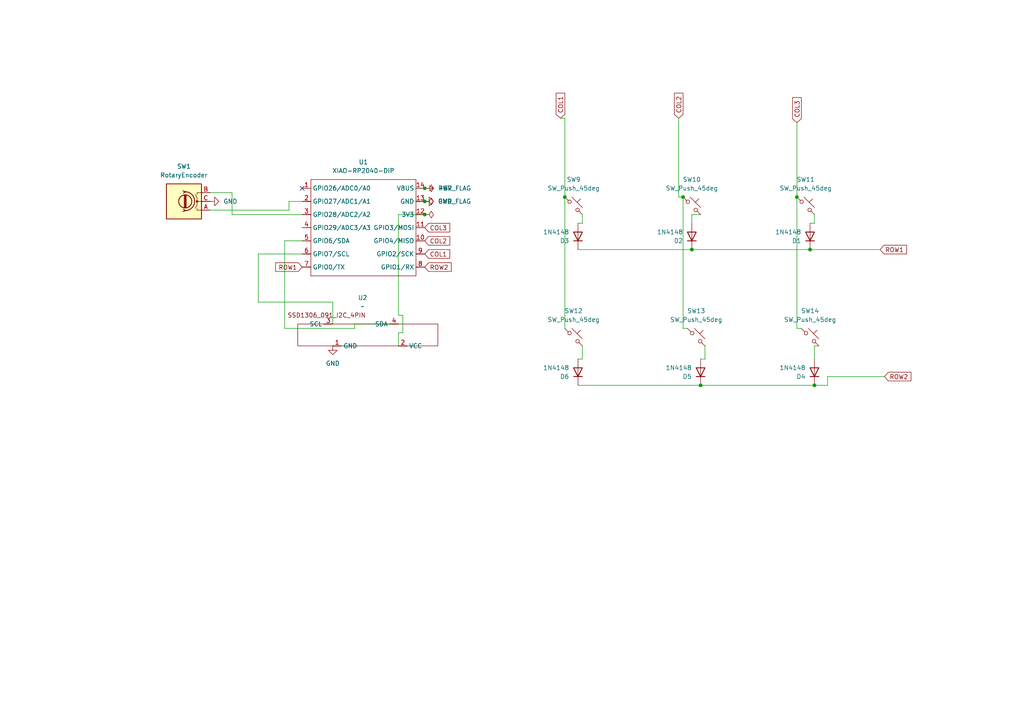
<source format=kicad_sch>
(kicad_sch (version 20250114) (generator "eeschema") (generator_version "9.0")
  (paper "A4")
  (lib_symbols
    (symbol "Device:RotaryEncoder" (pin_names (offset 0.254) (hide yes))
      (property "Reference" "SW" (at 0 6.604 0))
      (property "Value" "RotaryEncoder" (at 0 -6.604 0))
      (symbol "RotaryEncoder_0_1"
        (rectangle (start -5.08 5.08) (end 5.08 -5.08) (stroke (width 0.254)) (fill (type background)))
        (polyline (pts (xy -5.08 2.54) (xy -3.81 2.54) (xy -3.81 2.032)))
        (polyline (pts (xy -5.08 0) (xy -3.81 0) (xy -3.81 -1.016) (xy -3.302 -2.032)))
        (polyline (pts (xy -5.08 -2.54) (xy -3.81 -2.54) (xy -3.81 -2.032)))
        (polyline (pts (xy -4.318 0) (xy -3.81 0) (xy -3.81 1.016) (xy -3.302 2.032)))
        (circle (center -3.81 0) (radius 0.254) (fill (type outline)))
        (polyline (pts (xy -0.635 -1.778) (xy -0.635 1.778)) (stroke (width 0.254)))
        (circle (center -0.381 0) (radius 1.905) (stroke (width 0.254)))
        (polyline (pts (xy -0.381 -1.778) (xy -0.381 1.778)) (stroke (width 0.254)))
        (arc (start -0.381 -2.794) (mid -3.0988 -0.0635) (end -0.381 2.667) (stroke (width 0.254)))
        (polyline (pts (xy -0.127 1.778) (xy -0.127 -1.778)) (stroke (width 0.254)))
        (polyline (pts (xy 0.254 2.921) (xy -0.508 2.667) (xy 0.127 2.286)) (stroke (width 0.254)))
        (polyline (pts (xy 0.254 -3.048) (xy -0.508 -2.794) (xy 0.127 -2.413)) (stroke (width 0.254)))
      )
      (symbol "RotaryEncoder_1_1"
        (pin passive line (at -7.62 2.54 0) (length 2.54) (name "A") (number "A"))
        (pin passive line (at -7.62 0 0) (length 2.54) (name "C") (number "C"))
        (pin passive line (at -7.62 -2.54 0) (length 2.54) (name "B") (number "B"))
      )
    )
    (symbol "Diode:1N4148" (pin_numbers (hide yes)) (pin_names (hide yes))
      (property "Reference" "D" (at 0 2.54 0))
      (property "Value" "1N4148" (at 0 -2.54 0))
      (symbol "1N4148_0_1"
        (polyline (pts (xy -1.27 1.27) (xy -1.27 -1.27)) (stroke (width 0.254)))
        (polyline (pts (xy 1.27 1.27) (xy 1.27 -1.27) (xy -1.27 0) (xy 1.27 1.27)) (stroke (width 0.254)))
        (polyline (pts (xy 1.27 0) (xy -1.27 0)))
      )
      (symbol "1N4148_1_1"
        (pin passive line (at -3.81 0 0) (length 2.54) (name "K") (number "1"))
        (pin passive line (at 3.81 0 180) (length 2.54) (name "A") (number "2"))
      )
    )
    (symbol "Kicad-SSD1306-0.91-OLED-4pin-symbol:SSD1306_091_I2C_4PIN"
      (property "Reference" "U" (at 0 0 0))
      (symbol "SSD1306_091_I2C_4PIN_0_1"
        (rectangle (start -21.59 -2.54) (end 19.05 -8.89))
      )
      (symbol "SSD1306_091_I2C_4PIN_1_1"
        (text "SSD1306_091_I2C_4PIN" (at -13.208 0 0) (effects (font (size 1.27 1.27))))
        (pin bidirectional line (at -11.43 -2.54 180) (length 2.54) (name "SCL") (number "3"))
        (pin power_in line (at -11.43 -8.89 0) (length 2.54) (name "GND") (number "1"))
        (pin bidirectional line (at 7.62 -2.54 180) (length 2.54) (name "SDA") (number "4"))
        (pin power_in line (at 7.62 -8.89 0) (length 2.54) (name "VCC") (number "2"))
      )
    )
    (symbol "Seeed_Studio_XIAO_Series:XIAO-RP2040-DIP"
      (property "Reference" "U" (at 0 0 0))
      (property "Value" "XIAO-RP2040-DIP" (at 5.334 -1.778 0))
      (symbol "XIAO-RP2040-DIP_1_0"
        (polyline (pts (xy -1.27 -2.54) (xy 29.21 -2.54)) (stroke (width 0.1524)))
        (polyline (pts (xy -1.27 -5.08) (xy -2.54 -5.08)) (stroke (width 0.1524)))
        (polyline (pts (xy -1.27 -5.08) (xy -1.27 -2.54)) (stroke (width 0.1524)))
        (polyline (pts (xy -1.27 -8.89) (xy -2.54 -8.89)) (stroke (width 0.1524)))
        (polyline (pts (xy -1.27 -8.89) (xy -1.27 -5.08)) (stroke (width 0.1524)))
        (polyline (pts (xy -1.27 -12.7) (xy -2.54 -12.7)) (stroke (width 0.1524)))
        (polyline (pts (xy -1.27 -12.7) (xy -1.27 -8.89)) (stroke (width 0.1524)))
        (polyline (pts (xy -1.27 -16.51) (xy -2.54 -16.51)) (stroke (width 0.1524)))
        (polyline (pts (xy -1.27 -16.51) (xy -1.27 -12.7)) (stroke (width 0.1524)))
        (polyline (pts (xy -1.27 -20.32) (xy -2.54 -20.32)) (stroke (width 0.1524)))
        (polyline (pts (xy -1.27 -24.13) (xy -2.54 -24.13)) (stroke (width 0.1524)))
        (polyline (pts (xy -1.27 -27.94) (xy -2.54 -27.94)) (stroke (width 0.1524)))
        (polyline (pts (xy -1.27 -30.48) (xy -1.27 -16.51)) (stroke (width 0.1524)))
        (polyline (pts (xy 29.21 -2.54) (xy 29.21 -5.08)) (stroke (width 0.1524)))
        (polyline (pts (xy 29.21 -5.08) (xy 29.21 -8.89)) (stroke (width 0.1524)))
        (polyline (pts (xy 29.21 -8.89) (xy 29.21 -12.7)) (stroke (width 0.1524)))
        (polyline (pts (xy 29.21 -12.7) (xy 29.21 -30.48)) (stroke (width 0.1524)))
        (polyline (pts (xy 29.21 -30.48) (xy -1.27 -30.48)) (stroke (width 0.1524)))
        (polyline (pts (xy 30.48 -5.08) (xy 29.21 -5.08)) (stroke (width 0.1524)))
        (polyline (pts (xy 30.48 -8.89) (xy 29.21 -8.89)) (stroke (width 0.1524)))
        (polyline (pts (xy 30.48 -12.7) (xy 29.21 -12.7)) (stroke (width 0.1524)))
        (polyline (pts (xy 30.48 -16.51) (xy 29.21 -16.51)) (stroke (width 0.1524)))
        (polyline (pts (xy 30.48 -20.32) (xy 29.21 -20.32)) (stroke (width 0.1524)))
        (polyline (pts (xy 30.48 -24.13) (xy 29.21 -24.13)) (stroke (width 0.1524)))
        (polyline (pts (xy 30.48 -27.94) (xy 29.21 -27.94)) (stroke (width 0.1524)))
        (pin passive line (at -3.81 -5.08 0) (length 2.54) (name "GPIO26/ADC0/A0") (number "1"))
        (pin passive line (at -3.81 -8.89 0) (length 2.54) (name "GPIO27/ADC1/A1") (number "2"))
        (pin passive line (at -3.81 -12.7 0) (length 2.54) (name "GPIO28/ADC2/A2") (number "3"))
        (pin passive line (at -3.81 -16.51 0) (length 2.54) (name "GPIO29/ADC3/A3") (number "4"))
        (pin passive line (at -3.81 -20.32 0) (length 2.54) (name "GPIO6/SDA") (number "5"))
        (pin passive line (at -3.81 -24.13 0) (length 2.54) (name "GPIO7/SCL") (number "6"))
        (pin passive line (at -3.81 -27.94 0) (length 2.54) (name "GPIO0/TX") (number "7"))
        (pin passive line (at 31.75 -5.08 180) (length 2.54) (name "VBUS") (number "14"))
        (pin passive line (at 31.75 -8.89 180) (length 2.54) (name "GND") (number "13"))
        (pin passive line (at 31.75 -12.7 180) (length 2.54) (name "3V3") (number "12"))
        (pin passive line (at 31.75 -16.51 180) (length 2.54) (name "GPIO3/MOSI") (number "11"))
        (pin passive line (at 31.75 -20.32 180) (length 2.54) (name "GPIO4/MISO") (number "10"))
        (pin passive line (at 31.75 -24.13 180) (length 2.54) (name "GPIO2/SCK") (number "9"))
        (pin passive line (at 31.75 -27.94 180) (length 2.54) (name "GPIO1/RX") (number "8"))
      )
    )
    (symbol "Switch:SW_Push_45deg" (pin_numbers (hide yes)) (pin_names (offset 1.016) (hide yes))
      (property "Reference" "SW" (at 3.048 1.016 0))
      (property "Value" "SW_Push_45deg" (at 0 -3.81 0))
      (symbol "SW_Push_45deg_0_1"
        (polyline (pts (xy -2.54 2.54) (xy -1.524 1.524) (xy -1.524 1.524)))
        (circle (center -1.1684 1.1684) (radius 0.508))
        (polyline (pts (xy -0.508 2.54) (xy 2.54 -0.508)))
        (polyline (pts (xy 1.016 1.016) (xy 2.032 2.032)))
        (circle (center 1.143 -1.1938) (radius 0.508))
        (polyline (pts (xy 1.524 -1.524) (xy 2.54 -2.54) (xy 2.54 -2.54) (xy 2.54 -2.54)))
        (pin passive line (at -2.54 2.54 0) (length 0) (name "1") (number "1"))
        (pin passive line (at 2.54 -2.54 180) (length 0) (name "2") (number "2"))
      )
    )
    (symbol "power:+5V" (power) (pin_numbers (hide yes)) (pin_names (offset 0) (hide yes))
      (property "Value" "+5V" (at 0 3.556 0))
      (symbol "+5V_0_1"
        (polyline (pts (xy -0.762 1.27) (xy 0 2.54)))
        (polyline (pts (xy 0 2.54) (xy 0.762 1.27)))
        (polyline (pts (xy 0 0) (xy 0 2.54)))
      )
      (symbol "+5V_1_1"
        (pin power_in line (at 0 0 90) (length 0) (name "~") (number "1"))
      )
    )
    (symbol "power:GND" (power) (pin_numbers (hide yes)) (pin_names (offset 0) (hide yes))
      (property "Value" "GND" (at 0 -3.81 0))
      (symbol "GND_0_1"
        (polyline (pts (xy 0 0) (xy 0 -1.27) (xy 1.27 -1.27) (xy 0 -2.54) (xy -1.27 -1.27) (xy 0 -1.27)))
      )
      (symbol "GND_1_1"
        (pin power_in line (at 0 0 270) (length 0) (name "~") (number "1"))
      )
    )
    (symbol "power:PWR_FLAG" (power) (pin_numbers (hide yes)) (pin_names (offset 0) (hide yes))
      (property "Value" "PWR_FLAG" (at 0 3.81 0))
      (symbol "PWR_FLAG_0_0"
        (pin power_out line (at 0 0 90) (length 0) (name "~") (number "1"))
      )
      (symbol "PWR_FLAG_0_1"
        (polyline (pts (xy 0 0) (xy 0 1.27) (xy -1.016 1.905) (xy 0 2.54) (xy 1.016 1.905) (xy 0 1.27)))
      )
    )
  )
  (junction (at 203.2 111.76))
  (junction (at 234.95 72.39))
  (junction (at 231.14 57.15))
  (junction (at 123.19 54.61))
  (junction (at 198.12 57.15))
  (junction (at 236.22 111.76))
  (junction (at 163.83 57.15))
  (junction (at 200.66 72.39))
  (junction (at 123.19 62.23))
  (junction (at 123.19 58.42))
  (no_connect (at 87.63 54.61))
  (wire (pts (xy 163.83 95.25) (xy 163.83 57.15)))
  (wire (pts (xy 196.85 34.29) (xy 196.85 57.15)))
  (wire (pts (xy 256.54 109.22) (xy 240.03 109.22)))
  (wire (pts (xy 96.52 87.63) (xy 74.93 87.63)))
  (wire (pts (xy 96.52 93.98) (xy 96.52 87.63)))
  (wire (pts (xy 240.03 109.22) (xy 240.03 111.76)))
  (wire (pts (xy 102.87 93.98) (xy 102.87 95.25)))
  (wire (pts (xy 204.47 104.14) (xy 203.2 104.14)))
  (wire (pts (xy 168.91 100.33) (xy 168.91 104.14)))
  (wire (pts (xy 203.2 62.23) (xy 200.66 62.23)))
  (wire (pts (xy 115.57 96.52) (xy 115.57 100.33)))
  (wire (pts (xy 102.87 93.98) (xy 115.57 93.98)))
  (wire (pts (xy 74.93 73.66) (xy 87.63 73.66)))
  (wire (pts (xy 163.83 57.15) (xy 163.83 34.29)))
  (wire (pts (xy 67.31 62.23) (xy 67.31 55.88)))
  (wire (pts (xy 236.22 64.77) (xy 234.95 64.77)))
  (wire (pts (xy 167.64 111.76) (xy 203.2 111.76)))
  (wire (pts (xy 74.93 87.63) (xy 74.93 73.66)))
  (wire (pts (xy 87.63 62.23) (xy 67.31 62.23)))
  (wire (pts (xy 82.55 69.85) (xy 87.63 69.85)))
  (wire (pts (xy 167.64 72.39) (xy 200.66 72.39)))
  (wire (pts (xy 168.91 64.77) (xy 167.64 64.77)))
  (wire (pts (xy 82.55 95.25) (xy 82.55 69.85)))
  (wire (pts (xy 200.66 72.39) (xy 234.95 72.39)))
  (wire (pts (xy 60.96 55.88) (xy 67.31 55.88)))
  (wire (pts (xy 116.84 91.44) (xy 115.57 91.44)))
  (wire (pts (xy 115.57 62.23) (xy 115.57 91.44)))
  (wire (pts (xy 234.95 72.39) (xy 255.27 72.39)))
  (wire (pts (xy 231.14 35.56) (xy 231.14 57.15)))
  (wire (pts (xy 115.57 62.23) (xy 123.19 62.23)))
  (wire (pts (xy 102.87 95.25) (xy 82.55 95.25)))
  (wire (pts (xy 168.91 62.23) (xy 168.91 64.77)))
  (wire (pts (xy 163.83 34.29) (xy 162.56 34.29)))
  (wire (pts (xy 231.14 95.25) (xy 232.41 95.25)))
  (wire (pts (xy 116.84 96.52) (xy 116.84 91.44)))
  (wire (pts (xy 240.03 111.76) (xy 236.22 111.76)))
  (wire (pts (xy 200.66 62.23) (xy 200.66 64.77)))
  (wire (pts (xy 236.22 100.33) (xy 236.22 104.14)))
  (wire (pts (xy 198.12 95.25) (xy 199.39 95.25)))
  (wire (pts (xy 196.85 57.15) (xy 198.12 57.15)))
  (wire (pts (xy 231.14 57.15) (xy 231.14 95.25)))
  (wire (pts (xy 204.47 100.33) (xy 204.47 104.14)))
  (wire (pts (xy 168.91 104.14) (xy 167.64 104.14)))
  (wire (pts (xy 203.2 111.76) (xy 236.22 111.76)))
  (wire (pts (xy 198.12 57.15) (xy 198.12 95.25)))
  (wire (pts (xy 236.22 62.23) (xy 236.22 64.77)))
  (wire (pts (xy 60.96 60.96) (xy 83.82 60.96)))
  (wire (pts (xy 237.49 100.33) (xy 236.22 100.33)))
  (wire (pts (xy 83.82 60.96) (xy 83.82 58.42)))
  (wire (pts (xy 83.82 58.42) (xy 87.63 58.42)))
  (wire (pts (xy 115.57 96.52) (xy 116.84 96.52)))
  (global_label "COL3" (shape input) (at 123.19 66.04 0) (property "Intersheetrefs" "${INTERSHEET_REFS}" (effects (hide yes))))
  (global_label "ROW2" (shape input) (at 256.54 109.22 0) (property "Intersheetrefs" "${INTERSHEET_REFS}" (effects (hide yes))))
  (global_label "ROW1" (shape input) (at 87.63 77.47 180) (property "Intersheetrefs" "${INTERSHEET_REFS}" (effects (hide yes))))
  (global_label "COL1" (shape input) (at 162.56 34.29 90) (property "Intersheetrefs" "${INTERSHEET_REFS}" (effects (hide yes))))
  (global_label "ROW2" (shape input) (at 123.19 77.47 0) (property "Intersheetrefs" "${INTERSHEET_REFS}" (effects (hide yes))))
  (global_label "COL3" (shape input) (at 231.14 35.56 90) (property "Intersheetrefs" "${INTERSHEET_REFS}" (effects (hide yes))))
  (global_label "COL1" (shape input) (at 123.19 73.66 0) (property "Intersheetrefs" "${INTERSHEET_REFS}" (effects (hide yes))))
  (global_label "ROW1" (shape input) (at 255.27 72.39 0) (property "Intersheetrefs" "${INTERSHEET_REFS}" (effects (hide yes))))
  (global_label "COL2" (shape input) (at 196.85 34.29 90) (property "Intersheetrefs" "${INTERSHEET_REFS}" (effects (hide yes))))
  (global_label "COL2" (shape input) (at 123.19 69.85 0) (property "Intersheetrefs" "${INTERSHEET_REFS}" (effects (hide yes))))
  (symbol (lib_id "Diode:1N4148") (at 203.2 107.95 90) (unit 1)
    (property "Reference" "D5" (at 200.66 109.2201 90) (effects (justify left)))
    (property "Value" "1N4148" (at 200.66 106.6801 90) (effects (justify left)))
    (property "Footprint" "Diode_THT:D_DO-35_SOD27_P7.62mm_Horizontal" (effects (hide yes)))
    (property "Datasheet" "https://assets.nexperia.com/documents/data-sheet/1N4148_1N4448.pdf" (effects (hide yes)))
    (property "Description" "100V 0.15A standard switching diode, DO-35" (effects (hide yes)))
    (property "Sim.Device" "D" (effects (hide yes)))
    (property "Sim.Pins" "1=K 2=A" (effects (hide yes)))
  )
  (symbol (lib_id "Diode:1N4148") (at 200.66 68.58 90) (unit 1)
    (property "Reference" "D2" (at 198.12 69.8501 90) (effects (justify left)))
    (property "Value" "1N4148" (at 198.12 67.3101 90) (effects (justify left)))
    (property "Footprint" "Diode_THT:D_DO-35_SOD27_P7.62mm_Horizontal" (effects (hide yes)))
    (property "Datasheet" "https://assets.nexperia.com/documents/data-sheet/1N4148_1N4448.pdf" (effects (hide yes)))
    (property "Description" "100V 0.15A standard switching diode, DO-35" (effects (hide yes)))
    (property "Sim.Device" "D" (effects (hide yes)))
    (property "Sim.Pins" "1=K 2=A" (effects (hide yes)))
  )
  (symbol (lib_id "Diode:1N4148") (at 236.22 107.95 90) (unit 1)
    (property "Reference" "D4" (at 233.68 109.2201 90) (effects (justify left)))
    (property "Value" "1N4148" (at 233.68 106.6801 90) (effects (justify left)))
    (property "Footprint" "Diode_THT:D_DO-35_SOD27_P7.62mm_Horizontal" (effects (hide yes)))
    (property "Datasheet" "https://assets.nexperia.com/documents/data-sheet/1N4148_1N4448.pdf" (effects (hide yes)))
    (property "Description" "100V 0.15A standard switching diode, DO-35" (effects (hide yes)))
    (property "Sim.Device" "D" (effects (hide yes)))
    (property "Sim.Pins" "1=K 2=A" (effects (hide yes)))
  )
  (symbol (lib_id "Switch:SW_Push_45deg") (at 166.37 97.79 0) (unit 1)
    (property "Reference" "SW12" (at 166.37 90.17 0))
    (property "Value" "SW_Push_45deg" (at 166.37 92.71 0))
    (property "Footprint" "Button_Switch_Keyboard:SW_Cherry_MX_1.00u_PCB" (effects (hide yes)))
    (property "Description" "Push button switch, normally open, two pins, 45° tilted" (effects (hide yes)))
  )
  (symbol (lib_id "Diode:1N4148") (at 234.95 68.58 90) (unit 1)
    (property "Reference" "D1" (at 232.41 69.8501 90) (effects (justify left)))
    (property "Value" "1N4148" (at 232.41 67.3101 90) (effects (justify left)))
    (property "Footprint" "Diode_THT:D_DO-35_SOD27_P7.62mm_Horizontal" (effects (hide yes)))
    (property "Datasheet" "https://assets.nexperia.com/documents/data-sheet/1N4148_1N4448.pdf" (effects (hide yes)))
    (property "Description" "100V 0.15A standard switching diode, DO-35" (effects (hide yes)))
    (property "Sim.Device" "D" (effects (hide yes)))
    (property "Sim.Pins" "1=K 2=A" (effects (hide yes)))
  )
  (symbol (lib_id "Switch:SW_Push_45deg") (at 201.93 97.79 0) (unit 1)
    (property "Reference" "SW13" (at 201.93 90.17 0))
    (property "Value" "SW_Push_45deg" (at 201.93 92.71 0))
    (property "Footprint" "Button_Switch_Keyboard:SW_Cherry_MX_1.00u_PCB" (effects (hide yes)))
    (property "Description" "Push button switch, normally open, two pins, 45° tilted" (effects (hide yes)))
  )
  (symbol (lib_id "power:PWR_FLAG") (at 123.19 54.61 270) (unit 1)
    (property "Reference" "#FLG02" (effects (hide yes)))
    (property "Value" "PWR_FLAG" (at 127 54.6099 90) (effects (justify left)))
    (property "Description" "Special symbol for telling ERC where power comes from" (effects (hide yes)))
  )
  (symbol (lib_id "Switch:SW_Push_45deg") (at 234.95 97.79 0) (unit 1)
    (property "Reference" "SW14" (at 234.95 90.17 0))
    (property "Value" "SW_Push_45deg" (at 234.95 92.71 0))
    (property "Footprint" "Button_Switch_Keyboard:SW_Cherry_MX_1.00u_PCB" (effects (hide yes)))
    (property "Description" "Push button switch, normally open, two pins, 45° tilted" (effects (hide yes)))
  )
  (symbol (lib_id "power:PWR_FLAG") (at 123.19 62.23 270) (unit 1)
    (property "Reference" "#FLG01" (effects (hide yes)))
    (property "Value" "PWR_FLAG" (effects (hide yes)))
    (property "Description" "Special symbol for telling ERC where power comes from" (effects (hide yes)))
  )
  (symbol (lib_id "Diode:1N4148") (at 167.64 107.95 90) (unit 1)
    (property "Reference" "D6" (at 165.1 109.2201 90) (effects (justify left)))
    (property "Value" "1N4148" (at 165.1 106.6801 90) (effects (justify left)))
    (property "Footprint" "Diode_THT:D_DO-35_SOD27_P7.62mm_Horizontal" (effects (hide yes)))
    (property "Datasheet" "https://assets.nexperia.com/documents/data-sheet/1N4148_1N4448.pdf" (effects (hide yes)))
    (property "Description" "100V 0.15A standard switching diode, DO-35" (effects (hide yes)))
    (property "Sim.Device" "D" (effects (hide yes)))
    (property "Sim.Pins" "1=K 2=A" (effects (hide yes)))
  )
  (symbol (lib_id "Switch:SW_Push_45deg") (at 166.37 59.69 0) (unit 1)
    (property "Reference" "SW9" (at 166.37 52.07 0))
    (property "Value" "SW_Push_45deg" (at 166.37 54.61 0))
    (property "Footprint" "Button_Switch_Keyboard:SW_Cherry_MX_1.00u_PCB" (effects (hide yes)))
    (property "Description" "Push button switch, normally open, two pins, 45° tilted" (effects (hide yes)))
  )
  (symbol (lib_id "power:GND") (at 96.52 100.33 0) (unit 1)
    (property "Reference" "#PWR03" (effects (hide yes)))
    (property "Value" "GND" (at 96.52 105.41 0))
    (property "Description" "Power symbol creates a global label with name \"GND\" , ground" (effects (hide yes)))
  )
  (symbol (lib_id "Kicad-SSD1306-0.91-OLED-4pin-symbol:SSD1306_091_I2C_4PIN") (at 107.95 91.44 0) (unit 1)
    (property "Reference" "U2" (at 105.176 86.36 0))
    (property "Value" "~" (at 105.176 88.9 0))
    (property "Footprint" "KiCad-SSD1306-0.91-OLED-4pin-128x32:SSD1306-0.91-OLED-4pin-128x32" (effects (hide yes)))
  )
  (symbol (lib_id "power:GND") (at 123.19 58.42 90) (unit 1)
    (property "Reference" "#PWR06" (effects (hide yes)))
    (property "Value" "GND" (at 127 58.4199 90) (effects (justify right)))
    (property "Description" "Power symbol creates a global label with name \"GND\" , ground" (effects (hide yes)))
  )
  (symbol (lib_id "power:+5V") (at 123.19 54.61 270) (unit 1)
    (property "Reference" "#PWR05" (effects (hide yes)))
    (property "Value" "+5V" (at 127 54.6099 90) (effects (justify left)))
    (property "Description" "Power symbol creates a global label with name \"+5V\"" (effects (hide yes)))
  )
  (symbol (lib_id "Seeed_Studio_XIAO_Series:XIAO-RP2040-DIP") (at 91.44 49.53 0) (unit 1)
    (property "Reference" "U1" (at 105.41 46.99 0))
    (property "Value" "XIAO-RP2040-DIP" (at 105.41 49.53 0))
    (property "Footprint" "Seeed Studio XIAO Series Library:XIAO-RP2040-DIP" (effects (hide yes)))
  )
  (symbol (lib_id "power:GND") (at 60.96 58.42 90) (unit 1)
    (property "Reference" "#PWR01" (effects (hide yes)))
    (property "Value" "GND" (at 64.77 58.4199 90) (effects (justify right)))
    (property "Description" "Power symbol creates a global label with name \"GND\" , ground" (effects (hide yes)))
  )
  (symbol (lib_id "Device:RotaryEncoder") (at 53.34 58.42 180) (unit 1)
    (property "Reference" "SW1" (at 53.34 48.26 0))
    (property "Value" "RotaryEncoder" (at 53.34 50.8 0))
    (property "Footprint" "Rotary_Encoder:RotaryEncoder_Alps_EC11E-Switch_Vertical_H20mm_CircularMountingHoles" (effects (hide yes)))
    (property "Description" "Rotary encoder, dual channel, incremental quadrate outputs" (effects (hide yes)))
  )
  (symbol (lib_id "power:PWR_FLAG") (at 123.19 58.42 270) (unit 1)
    (property "Reference" "#FLG03" (effects (hide yes)))
    (property "Value" "PWR_FLAG" (at 127 58.4199 90) (effects (justify left)))
    (property "Description" "Special symbol for telling ERC where power comes from" (effects (hide yes)))
  )
  (symbol (lib_id "Switch:SW_Push_45deg") (at 233.68 59.69 0) (unit 1)
    (property "Reference" "SW11" (at 233.68 52.07 0))
    (property "Value" "SW_Push_45deg" (at 233.68 54.61 0))
    (property "Footprint" "Button_Switch_Keyboard:SW_Cherry_MX_1.00u_PCB" (effects (hide yes)))
    (property "Description" "Push button switch, normally open, two pins, 45° tilted" (effects (hide yes)))
  )
  (symbol (lib_id "Diode:1N4148") (at 167.64 68.58 90) (unit 1)
    (property "Reference" "D3" (at 165.1 69.8501 90) (effects (justify left)))
    (property "Value" "1N4148" (at 165.1 67.3101 90) (effects (justify left)))
    (property "Footprint" "Diode_THT:D_DO-35_SOD27_P7.62mm_Horizontal" (effects (hide yes)))
    (property "Datasheet" "https://assets.nexperia.com/documents/data-sheet/1N4148_1N4448.pdf" (effects (hide yes)))
    (property "Description" "100V 0.15A standard switching diode, DO-35" (effects (hide yes)))
    (property "Sim.Device" "D" (effects (hide yes)))
    (property "Sim.Pins" "1=K 2=A" (effects (hide yes)))
  )
  (symbol (lib_id "Switch:SW_Push_45deg") (at 200.66 59.69 0) (unit 1)
    (property "Reference" "SW10" (at 200.66 52.07 0))
    (property "Value" "SW_Push_45deg" (at 200.66 54.61 0))
    (property "Footprint" "Button_Switch_Keyboard:SW_Cherry_MX_1.00u_PCB" (effects (hide yes)))
    (property "Description" "Push button switch, normally open, two pins, 45° tilted" (effects (hide yes)))
  )
)
</source>
